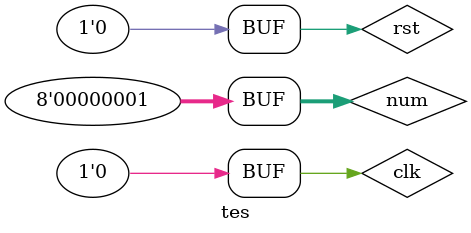
<source format=v>
`timescale 1ns / 1ps


module tes;

	// Inputs
	reg [7:0] num;
	reg clk;
	reg rst;

	// Outputs
	wire clk5;
	wire [0:6] sseg;
	wire [3:0] an;
	wire led;

	// Instantiate the Unit Under Test (UUT)
	cautrodisplay uut (
		.num(num), 
		.clk(clk), 
		.clk5(clk5), 
		.sseg(sseg), 
		.an(an), 
		.rst(rst), 
		.led(led)
	);

	initial begin
		// Initialize Inputs
		num = 1;
		clk = 0;
		rst = 0;

		// Wait 100 ns for global reset to finish
		#100;
        
		// Add stimulus here

	end
      
endmodule


</source>
